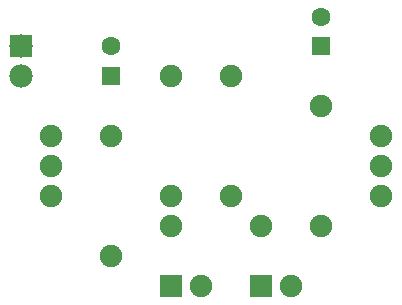
<source format=gbl>
G04 MADE WITH FRITZING*
G04 WWW.FRITZING.ORG*
G04 DOUBLE SIDED*
G04 HOLES PLATED*
G04 CONTOUR ON CENTER OF CONTOUR VECTOR*
%ASAXBY*%
%FSLAX23Y23*%
%MOIN*%
%OFA0B0*%
%SFA1.0B1.0*%
%ADD10C,0.062992*%
%ADD11C,0.075000*%
%ADD12C,0.078000*%
%ADD13R,0.062992X0.062992*%
%ADD14R,0.075000X0.075000*%
%ADD15R,0.078000X0.078000*%
%LNCOPPER0*%
G90*
G70*
G54D10*
X422Y1924D03*
X422Y2022D03*
X1122Y2022D03*
X1122Y2121D03*
G54D11*
X422Y1722D03*
X422Y1322D03*
X622Y1922D03*
X622Y1522D03*
X822Y1922D03*
X822Y1522D03*
X1122Y1822D03*
X1122Y1422D03*
X622Y1222D03*
X722Y1222D03*
X922Y1222D03*
X1022Y1222D03*
G54D12*
X122Y2022D03*
X122Y1922D03*
G54D11*
X222Y1722D03*
X222Y1622D03*
X222Y1522D03*
X1322Y1522D03*
X1322Y1622D03*
X1322Y1722D03*
X622Y1422D03*
X922Y1422D03*
G54D13*
X422Y1924D03*
X1122Y2022D03*
G54D14*
X622Y1222D03*
X922Y1222D03*
G54D15*
X122Y2022D03*
G04 End of Copper0*
M02*
</source>
